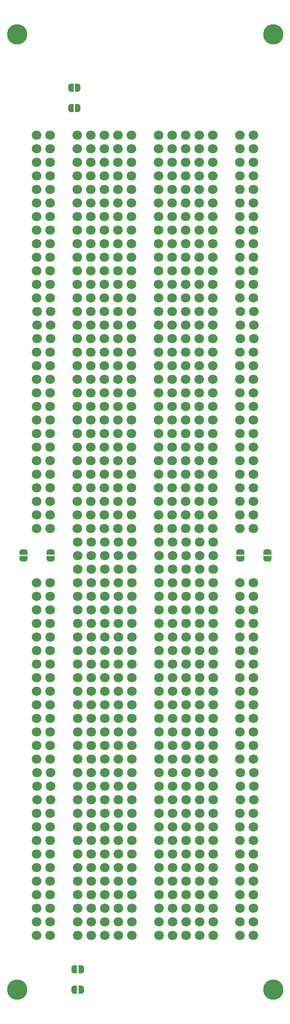
<source format=gts>
G04 #@! TF.GenerationSoftware,KiCad,Pcbnew,8.0.2*
G04 #@! TF.CreationDate,2024-08-26T09:50:48-06:00*
G04 #@! TF.ProjectId,Perfboard_1_Vertical,50657266-626f-4617-9264-5f315f566572,rev?*
G04 #@! TF.SameCoordinates,Original*
G04 #@! TF.FileFunction,Soldermask,Top*
G04 #@! TF.FilePolarity,Negative*
%FSLAX46Y46*%
G04 Gerber Fmt 4.6, Leading zero omitted, Abs format (unit mm)*
G04 Created by KiCad (PCBNEW 8.0.2) date 2024-08-26 09:50:48*
%MOMM*%
%LPD*%
G01*
G04 APERTURE LIST*
G04 Aperture macros list*
%AMFreePoly0*
4,1,19,0.500000,-0.750000,0.000000,-0.750000,0.000000,-0.744911,-0.071157,-0.744911,-0.207708,-0.704816,-0.327430,-0.627875,-0.420627,-0.520320,-0.479746,-0.390866,-0.500000,-0.250000,-0.500000,0.250000,-0.479746,0.390866,-0.420627,0.520320,-0.327430,0.627875,-0.207708,0.704816,-0.071157,0.744911,0.000000,0.744911,0.000000,0.750000,0.500000,0.750000,0.500000,-0.750000,0.500000,-0.750000,
$1*%
%AMFreePoly1*
4,1,19,0.000000,0.744911,0.071157,0.744911,0.207708,0.704816,0.327430,0.627875,0.420627,0.520320,0.479746,0.390866,0.500000,0.250000,0.500000,-0.250000,0.479746,-0.390866,0.420627,-0.520320,0.327430,-0.627875,0.207708,-0.704816,0.071157,-0.744911,0.000000,-0.744911,0.000000,-0.750000,-0.500000,-0.750000,-0.500000,0.750000,0.000000,0.750000,0.000000,0.744911,0.000000,0.744911,
$1*%
G04 Aperture macros list end*
%ADD10C,2.600000*%
%ADD11C,3.800000*%
%ADD12C,1.803200*%
%ADD13FreePoly0,0.000000*%
%ADD14FreePoly1,0.000000*%
%ADD15FreePoly0,90.000000*%
%ADD16FreePoly1,90.000000*%
%ADD17FreePoly0,270.000000*%
%ADD18FreePoly1,270.000000*%
G04 APERTURE END LIST*
D10*
X88000000Y-34000000D03*
D11*
X88000000Y-34000000D03*
D12*
X99360000Y-149380000D03*
X132320000Y-65560000D03*
X109460000Y-73180000D03*
X91680000Y-195100000D03*
X119620000Y-93500000D03*
X129840000Y-177320000D03*
X124700000Y-121440000D03*
X101900000Y-139220000D03*
X124760000Y-141760000D03*
X124760000Y-134140000D03*
X106980000Y-169700000D03*
X132320000Y-190020000D03*
X106980000Y-149380000D03*
X109520000Y-172240000D03*
X119620000Y-118900000D03*
X94220000Y-159540000D03*
X101900000Y-187480000D03*
X106980000Y-182400000D03*
X119680000Y-200180000D03*
X122220000Y-177320000D03*
X104440000Y-177320000D03*
X99300000Y-52860000D03*
X109520000Y-149380000D03*
X99360000Y-159540000D03*
X119620000Y-126520000D03*
X99300000Y-113820000D03*
X109520000Y-144300000D03*
X122220000Y-202720000D03*
X99300000Y-123980000D03*
X99300000Y-88420000D03*
X119620000Y-108740000D03*
X106920000Y-70640000D03*
X117140000Y-129060000D03*
X117080000Y-70640000D03*
X91740000Y-88420000D03*
X119620000Y-90960000D03*
X117080000Y-52860000D03*
X124700000Y-108740000D03*
X124760000Y-139220000D03*
X101900000Y-129060000D03*
X106920000Y-121440000D03*
X117080000Y-121440000D03*
X114600000Y-159540000D03*
X109460000Y-101120000D03*
X122220000Y-129060000D03*
X104440000Y-141760000D03*
X99300000Y-98580000D03*
X91680000Y-116360000D03*
X132320000Y-149380000D03*
X117140000Y-136680000D03*
X91680000Y-202720000D03*
X91680000Y-80800000D03*
X94220000Y-182400000D03*
X122160000Y-93500000D03*
X104380000Y-68100000D03*
X117140000Y-187480000D03*
X94220000Y-154460000D03*
X114540000Y-80800000D03*
X124700000Y-123980000D03*
X99300000Y-75720000D03*
X117080000Y-85880000D03*
X91680000Y-70640000D03*
X117080000Y-118900000D03*
X129780000Y-57940000D03*
X119680000Y-134140000D03*
X109520000Y-200180000D03*
X117140000Y-164620000D03*
X109460000Y-98580000D03*
X104380000Y-90960000D03*
X132320000Y-169700000D03*
X114540000Y-123980000D03*
X129780000Y-78260000D03*
X104440000Y-134140000D03*
X122160000Y-126520000D03*
X94220000Y-75720000D03*
X99360000Y-174780000D03*
X132320000Y-164620000D03*
X119620000Y-52860000D03*
X119680000Y-177320000D03*
X124700000Y-57940000D03*
X122160000Y-113820000D03*
X114600000Y-192560000D03*
X91680000Y-197640000D03*
X94220000Y-164620000D03*
X101900000Y-177320000D03*
X114540000Y-101120000D03*
X109460000Y-106200000D03*
X101840000Y-75720000D03*
X99360000Y-200180000D03*
X117080000Y-116360000D03*
X94220000Y-63020000D03*
X106980000Y-164620000D03*
X101900000Y-131600000D03*
X122220000Y-136680000D03*
X129780000Y-149380000D03*
X101900000Y-144300000D03*
X119680000Y-131600000D03*
X124760000Y-195100000D03*
X129780000Y-96040000D03*
X94220000Y-118900000D03*
X106980000Y-134140000D03*
X122220000Y-162080000D03*
X109460000Y-55400000D03*
X99360000Y-134140000D03*
X106920000Y-60480000D03*
X119620000Y-85880000D03*
X91680000Y-146840000D03*
X104380000Y-78260000D03*
X94220000Y-195100000D03*
X106920000Y-65560000D03*
X122220000Y-134140000D03*
X129780000Y-113820000D03*
X99360000Y-202720000D03*
X119620000Y-113820000D03*
X104380000Y-96040000D03*
X122160000Y-65560000D03*
X94220000Y-96040000D03*
X94220000Y-106200000D03*
X132380000Y-90960000D03*
X129780000Y-123980000D03*
X132320000Y-159540000D03*
X101840000Y-85880000D03*
X114600000Y-174780000D03*
X132320000Y-75720000D03*
X132380000Y-172240000D03*
X91680000Y-190020000D03*
X106980000Y-172240000D03*
X122160000Y-96040000D03*
X124760000Y-154460000D03*
X124700000Y-73180000D03*
X122160000Y-83340000D03*
X106920000Y-52860000D03*
X132320000Y-157000000D03*
X106920000Y-78260000D03*
X101900000Y-184940000D03*
X99300000Y-73180000D03*
X99360000Y-144300000D03*
X99360000Y-197640000D03*
X94280000Y-85880000D03*
X91680000Y-182400000D03*
X122160000Y-88420000D03*
X94220000Y-116360000D03*
X117140000Y-177320000D03*
X119620000Y-103660000D03*
X132320000Y-118900000D03*
X101840000Y-116360000D03*
X106980000Y-136680000D03*
X129780000Y-52860000D03*
X94280000Y-88420000D03*
X91680000Y-68100000D03*
X94280000Y-177320000D03*
X104440000Y-195100000D03*
X117080000Y-90960000D03*
X117080000Y-75720000D03*
X132320000Y-63020000D03*
X99360000Y-157000000D03*
X109460000Y-116360000D03*
X114540000Y-65560000D03*
X132320000Y-182400000D03*
X132320000Y-111280000D03*
X132320000Y-146840000D03*
X129840000Y-172240000D03*
X104440000Y-139220000D03*
X132320000Y-139220000D03*
X122160000Y-101120000D03*
X129780000Y-83340000D03*
X106920000Y-108740000D03*
X109520000Y-139220000D03*
X117080000Y-126520000D03*
X94220000Y-70640000D03*
X101840000Y-88420000D03*
X106920000Y-80800000D03*
X119680000Y-187480000D03*
X91740000Y-174780000D03*
X101840000Y-126520000D03*
X129780000Y-141760000D03*
X104380000Y-80800000D03*
X104380000Y-108740000D03*
X106920000Y-96040000D03*
X104380000Y-103660000D03*
X106980000Y-177320000D03*
X132320000Y-154460000D03*
X104380000Y-52860000D03*
X99360000Y-179860000D03*
X91680000Y-78260000D03*
X117080000Y-108740000D03*
X129780000Y-103660000D03*
X104440000Y-184940000D03*
X129780000Y-121440000D03*
X99300000Y-55400000D03*
X129780000Y-136680000D03*
X99360000Y-182400000D03*
X122220000Y-179860000D03*
X114600000Y-187480000D03*
X119680000Y-195100000D03*
X132320000Y-121440000D03*
X119620000Y-78260000D03*
X124700000Y-118900000D03*
X129780000Y-151920000D03*
X132380000Y-177320000D03*
X104380000Y-55400000D03*
X109460000Y-85880000D03*
X99360000Y-184940000D03*
X101900000Y-195100000D03*
X129780000Y-111280000D03*
X91680000Y-187480000D03*
X114600000Y-200180000D03*
X122220000Y-141760000D03*
X101840000Y-60480000D03*
X117080000Y-88420000D03*
X94280000Y-90960000D03*
X91680000Y-118900000D03*
X99300000Y-85880000D03*
X124760000Y-146840000D03*
X101840000Y-63020000D03*
X117140000Y-141760000D03*
X101840000Y-73180000D03*
X101900000Y-164620000D03*
X104380000Y-63020000D03*
X117140000Y-162080000D03*
X94220000Y-93500000D03*
X91680000Y-167160000D03*
X94280000Y-174780000D03*
X109520000Y-164620000D03*
X132320000Y-162080000D03*
D10*
X136000000Y-34000000D03*
D11*
X136000000Y-34000000D03*
D12*
X132320000Y-103660000D03*
X132380000Y-85880000D03*
X109460000Y-52860000D03*
X109520000Y-177320000D03*
X109520000Y-154460000D03*
X119620000Y-70640000D03*
X101840000Y-96040000D03*
X117080000Y-60480000D03*
X119680000Y-151920000D03*
X129780000Y-116360000D03*
X124760000Y-157000000D03*
X132320000Y-126520000D03*
X129780000Y-187480000D03*
X99360000Y-146840000D03*
X99300000Y-70640000D03*
D13*
X98060000Y-47780000D03*
D14*
X99360000Y-47780000D03*
D12*
X114540000Y-68100000D03*
X129780000Y-146840000D03*
X132320000Y-80800000D03*
X132320000Y-101120000D03*
X132320000Y-113820000D03*
X117080000Y-63020000D03*
X91680000Y-179860000D03*
X129780000Y-164620000D03*
X106920000Y-68100000D03*
X114540000Y-108740000D03*
X114600000Y-129060000D03*
X119620000Y-98580000D03*
X114600000Y-182400000D03*
X122160000Y-73180000D03*
X99300000Y-96040000D03*
X109520000Y-182400000D03*
X122220000Y-197640000D03*
X99360000Y-131600000D03*
X124760000Y-197640000D03*
X124700000Y-83340000D03*
X99360000Y-129060000D03*
X94220000Y-113820000D03*
X109460000Y-88420000D03*
X104440000Y-197640000D03*
X94220000Y-202720000D03*
X114600000Y-157000000D03*
X106920000Y-75720000D03*
X109520000Y-136680000D03*
X101900000Y-190020000D03*
X117080000Y-103660000D03*
X132320000Y-96040000D03*
X129780000Y-192560000D03*
X114540000Y-126520000D03*
X117080000Y-65560000D03*
X119680000Y-182400000D03*
X101840000Y-101120000D03*
X124700000Y-113820000D03*
X122220000Y-190020000D03*
X124760000Y-149380000D03*
X104440000Y-172240000D03*
X119620000Y-80800000D03*
X91680000Y-151920000D03*
X109520000Y-134140000D03*
X124760000Y-190020000D03*
X117080000Y-80800000D03*
X114600000Y-167160000D03*
X106920000Y-116360000D03*
X119620000Y-111280000D03*
X129840000Y-85880000D03*
X106980000Y-139220000D03*
X101840000Y-57940000D03*
X117080000Y-57940000D03*
X132380000Y-174780000D03*
X117140000Y-192560000D03*
X101840000Y-103660000D03*
X132320000Y-52860000D03*
X101900000Y-151920000D03*
X124700000Y-111280000D03*
X119680000Y-154460000D03*
X124700000Y-90960000D03*
X101840000Y-106200000D03*
X106980000Y-141760000D03*
X129840000Y-90960000D03*
X129780000Y-190020000D03*
X99360000Y-195100000D03*
X119620000Y-57940000D03*
X106920000Y-83340000D03*
X106980000Y-131600000D03*
X104380000Y-88420000D03*
X104440000Y-149380000D03*
X114540000Y-63020000D03*
X114540000Y-116360000D03*
X114540000Y-98580000D03*
X104380000Y-83340000D03*
D10*
X136000000Y-212880000D03*
D11*
X136000000Y-212880000D03*
D12*
X124700000Y-65560000D03*
X124760000Y-151920000D03*
X109520000Y-141760000D03*
X124760000Y-169700000D03*
X119620000Y-75720000D03*
X119680000Y-164620000D03*
X101900000Y-167160000D03*
X104440000Y-144300000D03*
X106980000Y-192560000D03*
X91680000Y-164620000D03*
X132320000Y-167160000D03*
X122160000Y-63020000D03*
X119680000Y-144300000D03*
X101900000Y-197640000D03*
X94220000Y-83340000D03*
X91740000Y-172240000D03*
X101840000Y-121440000D03*
X109520000Y-146840000D03*
X114600000Y-184940000D03*
X91680000Y-111280000D03*
X114600000Y-164620000D03*
X122160000Y-60480000D03*
X129780000Y-126520000D03*
X129780000Y-184940000D03*
X117140000Y-146840000D03*
X101840000Y-118900000D03*
X124760000Y-172240000D03*
X94220000Y-187480000D03*
X132320000Y-106200000D03*
X109520000Y-192560000D03*
X117080000Y-73180000D03*
X114540000Y-90960000D03*
X109460000Y-121440000D03*
X101840000Y-52860000D03*
X117140000Y-172240000D03*
X109520000Y-190020000D03*
X122160000Y-116360000D03*
X101840000Y-70640000D03*
X129780000Y-182400000D03*
X117080000Y-113820000D03*
X114600000Y-151920000D03*
X101900000Y-162080000D03*
X109460000Y-75720000D03*
X129780000Y-68100000D03*
X94220000Y-167160000D03*
X124700000Y-98580000D03*
X122220000Y-144300000D03*
X104380000Y-93500000D03*
X122220000Y-187480000D03*
X106980000Y-151920000D03*
X132320000Y-192560000D03*
X122160000Y-90960000D03*
X99300000Y-111280000D03*
X101840000Y-78260000D03*
X119680000Y-159540000D03*
X132320000Y-184940000D03*
X114600000Y-172240000D03*
X106980000Y-144300000D03*
X117140000Y-195100000D03*
X104440000Y-162080000D03*
X94220000Y-146840000D03*
X101840000Y-98580000D03*
X119620000Y-68100000D03*
X124760000Y-167160000D03*
X104440000Y-159540000D03*
X99360000Y-192560000D03*
X104440000Y-136680000D03*
X122220000Y-164620000D03*
X101900000Y-202720000D03*
X122160000Y-98580000D03*
X99360000Y-139220000D03*
X124700000Y-116360000D03*
X91740000Y-85880000D03*
X114600000Y-144300000D03*
X114540000Y-93500000D03*
X106920000Y-93500000D03*
D15*
X89200000Y-132250000D03*
D16*
X89200000Y-130950000D03*
D12*
X109460000Y-65560000D03*
X122220000Y-184940000D03*
X122160000Y-123980000D03*
X119620000Y-88420000D03*
X114600000Y-131600000D03*
X119620000Y-55400000D03*
X91680000Y-169700000D03*
X99300000Y-108740000D03*
X122160000Y-108740000D03*
D15*
X94280000Y-132250000D03*
D16*
X94280000Y-130950000D03*
D12*
X114540000Y-111280000D03*
X109460000Y-70640000D03*
X106920000Y-101120000D03*
X91680000Y-98580000D03*
X114540000Y-57940000D03*
X124760000Y-144300000D03*
X124700000Y-70640000D03*
X122160000Y-121440000D03*
X122220000Y-200180000D03*
X91680000Y-154460000D03*
X114600000Y-136680000D03*
X94220000Y-121440000D03*
X106920000Y-63020000D03*
X101900000Y-174780000D03*
X106980000Y-162080000D03*
X124760000Y-187480000D03*
X101900000Y-146840000D03*
X109460000Y-118900000D03*
X117140000Y-159540000D03*
X91680000Y-159540000D03*
X106980000Y-146840000D03*
X122220000Y-169700000D03*
X129840000Y-174780000D03*
X109460000Y-96040000D03*
X94220000Y-123980000D03*
X94220000Y-108740000D03*
X117140000Y-190020000D03*
X119620000Y-116360000D03*
X119680000Y-202720000D03*
X109520000Y-187480000D03*
X104440000Y-167160000D03*
X132320000Y-197640000D03*
X99300000Y-57940000D03*
X124700000Y-88420000D03*
X119680000Y-157000000D03*
X114540000Y-88420000D03*
X122160000Y-75720000D03*
X129780000Y-101120000D03*
X129780000Y-167160000D03*
X99360000Y-162080000D03*
X114540000Y-113820000D03*
X122220000Y-149380000D03*
X109520000Y-195100000D03*
X114600000Y-169700000D03*
X117080000Y-68100000D03*
X122220000Y-192560000D03*
D10*
X88000000Y-212880000D03*
D11*
X88000000Y-212880000D03*
D12*
X132320000Y-187480000D03*
X94220000Y-190020000D03*
X122160000Y-68100000D03*
X94220000Y-149380000D03*
X124760000Y-177320000D03*
X91680000Y-144300000D03*
X99300000Y-93500000D03*
X91680000Y-73180000D03*
X91680000Y-93500000D03*
X119680000Y-167160000D03*
X129780000Y-157000000D03*
X122220000Y-157000000D03*
X99360000Y-190020000D03*
X91680000Y-108740000D03*
X91680000Y-126520000D03*
X119620000Y-63020000D03*
X109520000Y-174780000D03*
X132320000Y-60480000D03*
X101900000Y-157000000D03*
X114540000Y-106200000D03*
X109520000Y-179860000D03*
X114540000Y-70640000D03*
X91680000Y-52860000D03*
X106980000Y-159540000D03*
X114540000Y-75720000D03*
X114540000Y-121440000D03*
X114600000Y-197640000D03*
X104440000Y-154460000D03*
X124700000Y-80800000D03*
X124760000Y-179860000D03*
X106920000Y-106200000D03*
X117140000Y-139220000D03*
X124760000Y-162080000D03*
X99300000Y-78260000D03*
X94220000Y-151920000D03*
X119680000Y-192560000D03*
X114600000Y-162080000D03*
X109460000Y-57940000D03*
X124700000Y-63020000D03*
X124700000Y-101120000D03*
X101900000Y-136680000D03*
X132320000Y-123980000D03*
X124700000Y-52860000D03*
X109520000Y-162080000D03*
X104440000Y-182400000D03*
X132320000Y-68100000D03*
X104380000Y-101120000D03*
X117140000Y-167160000D03*
X122220000Y-159540000D03*
X122220000Y-172240000D03*
X114540000Y-96040000D03*
X119680000Y-141760000D03*
D13*
X98060000Y-43970000D03*
D14*
X99360000Y-43970000D03*
D12*
X106980000Y-195100000D03*
X94220000Y-55400000D03*
X91680000Y-192560000D03*
X129780000Y-144300000D03*
X109460000Y-113820000D03*
X109520000Y-169700000D03*
X94220000Y-65560000D03*
X124760000Y-136680000D03*
X104380000Y-126520000D03*
X132320000Y-73180000D03*
X91680000Y-75720000D03*
X106920000Y-126520000D03*
X94220000Y-57940000D03*
X129780000Y-63020000D03*
X117080000Y-98580000D03*
X91680000Y-55400000D03*
X122220000Y-151920000D03*
X117140000Y-184940000D03*
X129780000Y-202720000D03*
X119680000Y-184940000D03*
X106980000Y-179860000D03*
X99300000Y-65560000D03*
X119680000Y-146840000D03*
X124700000Y-85880000D03*
X99360000Y-167160000D03*
X109460000Y-123980000D03*
X99300000Y-116360000D03*
X106980000Y-174780000D03*
X132320000Y-144300000D03*
X104380000Y-70640000D03*
X132320000Y-202720000D03*
X91680000Y-65560000D03*
X104440000Y-192560000D03*
X94220000Y-98580000D03*
X124760000Y-202720000D03*
D13*
X98710000Y-209070000D03*
D14*
X100010000Y-209070000D03*
D12*
X124700000Y-55400000D03*
X124700000Y-78260000D03*
X104440000Y-169700000D03*
X114540000Y-83340000D03*
X117140000Y-134140000D03*
X114600000Y-139220000D03*
X119620000Y-65560000D03*
X109520000Y-167160000D03*
X91680000Y-121440000D03*
X117140000Y-200180000D03*
X91680000Y-57940000D03*
X106980000Y-202720000D03*
X94220000Y-200180000D03*
X109460000Y-78260000D03*
X104380000Y-85880000D03*
X104440000Y-174780000D03*
X119620000Y-96040000D03*
X122220000Y-154460000D03*
X119620000Y-101120000D03*
X129780000Y-195100000D03*
X91680000Y-63020000D03*
X124760000Y-200180000D03*
X129780000Y-118900000D03*
X104380000Y-106200000D03*
X99300000Y-83340000D03*
X91680000Y-162080000D03*
X129780000Y-55400000D03*
X124700000Y-60480000D03*
X94220000Y-60480000D03*
X104380000Y-60480000D03*
X119680000Y-136680000D03*
X99300000Y-63020000D03*
X101900000Y-169700000D03*
X104380000Y-111280000D03*
X117080000Y-96040000D03*
X106980000Y-157000000D03*
X122160000Y-118900000D03*
D17*
X129840000Y-130950000D03*
D18*
X129840000Y-132250000D03*
D12*
X132320000Y-98580000D03*
X124700000Y-96040000D03*
X117080000Y-93500000D03*
X106920000Y-111280000D03*
X94220000Y-68100000D03*
X99360000Y-169700000D03*
X101900000Y-172240000D03*
X94220000Y-179860000D03*
X114600000Y-179860000D03*
X119620000Y-121440000D03*
X99360000Y-172240000D03*
X114540000Y-73180000D03*
X124700000Y-106200000D03*
X122160000Y-85880000D03*
X101840000Y-68100000D03*
X129780000Y-179860000D03*
X119680000Y-129060000D03*
X91740000Y-177320000D03*
X129780000Y-80800000D03*
X119680000Y-172240000D03*
X99360000Y-187480000D03*
X119680000Y-174780000D03*
X104380000Y-57940000D03*
X101900000Y-182400000D03*
D17*
X134920000Y-130950000D03*
D18*
X134920000Y-132250000D03*
D12*
X109520000Y-184940000D03*
X91680000Y-96040000D03*
X129780000Y-73180000D03*
X109520000Y-131600000D03*
X91680000Y-184940000D03*
X114600000Y-177320000D03*
X117080000Y-123980000D03*
X104380000Y-123980000D03*
D13*
X98710000Y-212880000D03*
D14*
X100010000Y-212880000D03*
D12*
X101840000Y-108740000D03*
X91680000Y-113820000D03*
X99300000Y-60480000D03*
X129780000Y-197640000D03*
X101900000Y-159540000D03*
X124700000Y-75720000D03*
X132320000Y-57940000D03*
X132320000Y-136680000D03*
X124760000Y-131600000D03*
X109460000Y-93500000D03*
X101840000Y-80800000D03*
X114600000Y-202720000D03*
X94280000Y-172240000D03*
X124700000Y-68100000D03*
X101840000Y-123980000D03*
X101840000Y-90960000D03*
X122220000Y-139220000D03*
X109460000Y-90960000D03*
X114600000Y-134140000D03*
X122220000Y-195100000D03*
X101840000Y-55400000D03*
X114540000Y-55400000D03*
X129780000Y-98580000D03*
X114600000Y-195100000D03*
X129780000Y-75720000D03*
X94220000Y-78260000D03*
X104380000Y-73180000D03*
X104380000Y-65560000D03*
X122160000Y-55400000D03*
X114540000Y-52860000D03*
X91680000Y-83340000D03*
X109460000Y-80800000D03*
X94220000Y-192560000D03*
X94220000Y-197640000D03*
X104380000Y-116360000D03*
X117140000Y-202720000D03*
X106920000Y-57940000D03*
X119680000Y-162080000D03*
X104380000Y-113820000D03*
X91680000Y-106200000D03*
X109460000Y-63020000D03*
X132320000Y-83340000D03*
X104380000Y-118900000D03*
X94220000Y-52860000D03*
X129840000Y-88420000D03*
X132320000Y-70640000D03*
X122220000Y-146840000D03*
X122160000Y-80800000D03*
X101900000Y-149380000D03*
X129780000Y-108740000D03*
X122220000Y-174780000D03*
X124760000Y-192560000D03*
X91680000Y-103660000D03*
X117140000Y-197640000D03*
X117140000Y-154460000D03*
X106980000Y-129060000D03*
X117140000Y-144300000D03*
X122220000Y-131600000D03*
X122160000Y-78260000D03*
X104440000Y-157000000D03*
X99300000Y-118900000D03*
X104440000Y-179860000D03*
X132320000Y-55400000D03*
X101900000Y-154460000D03*
X114600000Y-190020000D03*
X94220000Y-136680000D03*
X106920000Y-85880000D03*
X109520000Y-157000000D03*
X91680000Y-101120000D03*
X117080000Y-83340000D03*
X99300000Y-90960000D03*
X129780000Y-159540000D03*
X129780000Y-139220000D03*
X117140000Y-151920000D03*
X94220000Y-101120000D03*
X91680000Y-123980000D03*
X99300000Y-80800000D03*
X94220000Y-80800000D03*
X122220000Y-182400000D03*
X117140000Y-157000000D03*
X132320000Y-93500000D03*
X129780000Y-154460000D03*
X109460000Y-111280000D03*
X91680000Y-136680000D03*
X117140000Y-174780000D03*
X124760000Y-159540000D03*
X129780000Y-60480000D03*
X104440000Y-190020000D03*
X104440000Y-202720000D03*
X91740000Y-90960000D03*
X119680000Y-139220000D03*
X132320000Y-151920000D03*
X101900000Y-134140000D03*
X94220000Y-144300000D03*
X114540000Y-78260000D03*
X104380000Y-98580000D03*
X91680000Y-200180000D03*
X124700000Y-126520000D03*
X119680000Y-169700000D03*
X119620000Y-83340000D03*
X117140000Y-149380000D03*
X119680000Y-149380000D03*
X109520000Y-159540000D03*
X124760000Y-164620000D03*
X94220000Y-162080000D03*
X119620000Y-73180000D03*
X91680000Y-149380000D03*
X124700000Y-93500000D03*
X109520000Y-202720000D03*
X104440000Y-146840000D03*
X132320000Y-141760000D03*
X106920000Y-103660000D03*
X122160000Y-106200000D03*
X132320000Y-116360000D03*
X132320000Y-200180000D03*
X124760000Y-129060000D03*
X109460000Y-126520000D03*
X101840000Y-113820000D03*
X106920000Y-88420000D03*
X109520000Y-129060000D03*
X132320000Y-195100000D03*
X114600000Y-154460000D03*
X132320000Y-108740000D03*
X99360000Y-154460000D03*
X106980000Y-200180000D03*
X99300000Y-103660000D03*
X101900000Y-192560000D03*
X109520000Y-151920000D03*
X132320000Y-78260000D03*
X119620000Y-60480000D03*
X91680000Y-141760000D03*
X106920000Y-118900000D03*
X124760000Y-184940000D03*
X114540000Y-60480000D03*
X94220000Y-184940000D03*
X122220000Y-167160000D03*
X117140000Y-169700000D03*
X119680000Y-197640000D03*
X104440000Y-131600000D03*
X122160000Y-70640000D03*
X106920000Y-73180000D03*
X122160000Y-103660000D03*
X99360000Y-141760000D03*
X109460000Y-60480000D03*
X99360000Y-136680000D03*
X94220000Y-169700000D03*
X119680000Y-179860000D03*
X106980000Y-167160000D03*
X106980000Y-154460000D03*
X91680000Y-139220000D03*
X129780000Y-162080000D03*
X94220000Y-111280000D03*
X129780000Y-70640000D03*
X117140000Y-179860000D03*
X94220000Y-157000000D03*
X124760000Y-182400000D03*
X101840000Y-111280000D03*
X117080000Y-78260000D03*
X109460000Y-103660000D03*
X124760000Y-174780000D03*
X94220000Y-126520000D03*
X106920000Y-98580000D03*
X117080000Y-101120000D03*
X129780000Y-169700000D03*
X109460000Y-83340000D03*
X99300000Y-126520000D03*
X114540000Y-103660000D03*
X99300000Y-106200000D03*
X101840000Y-65560000D03*
X106920000Y-90960000D03*
X117080000Y-111280000D03*
X104440000Y-200180000D03*
X101840000Y-83340000D03*
X117140000Y-182400000D03*
X99300000Y-101120000D03*
X114540000Y-118900000D03*
X114600000Y-141760000D03*
X122160000Y-111280000D03*
X129780000Y-93500000D03*
X109460000Y-68100000D03*
X104380000Y-75720000D03*
X106920000Y-113820000D03*
X124700000Y-103660000D03*
X104440000Y-187480000D03*
X94220000Y-103660000D03*
X129780000Y-106200000D03*
X101900000Y-179860000D03*
X132320000Y-179860000D03*
X99360000Y-151920000D03*
X122160000Y-57940000D03*
X106980000Y-197640000D03*
X101900000Y-200180000D03*
X91680000Y-60480000D03*
X122160000Y-52860000D03*
X106980000Y-184940000D03*
X129780000Y-65560000D03*
X101900000Y-141760000D03*
X99300000Y-68100000D03*
X104440000Y-129060000D03*
X106980000Y-187480000D03*
X117080000Y-106200000D03*
X117080000Y-55400000D03*
X132380000Y-88420000D03*
X114600000Y-146840000D03*
X117140000Y-131600000D03*
X99360000Y-164620000D03*
X101840000Y-93500000D03*
X94220000Y-141760000D03*
X114540000Y-85880000D03*
X94220000Y-139220000D03*
X114600000Y-149380000D03*
X119680000Y-190020000D03*
X106920000Y-55400000D03*
X99300000Y-121440000D03*
X119620000Y-123980000D03*
X94220000Y-73180000D03*
X91680000Y-157000000D03*
X104440000Y-164620000D03*
X129780000Y-200180000D03*
X106920000Y-123980000D03*
X99360000Y-177320000D03*
X104440000Y-151920000D03*
X104380000Y-121440000D03*
X109460000Y-108740000D03*
X106980000Y-190020000D03*
X109520000Y-197640000D03*
X119620000Y-106200000D03*
M02*

</source>
